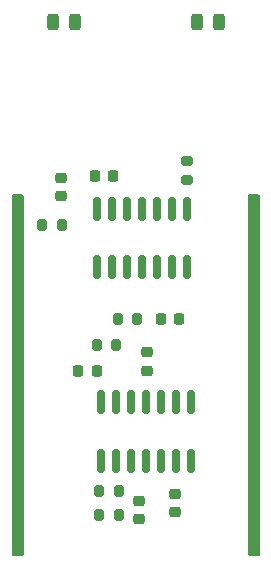
<source format=gbr>
%TF.GenerationSoftware,KiCad,Pcbnew,7.0.11*%
%TF.CreationDate,2025-02-10T21:59:36-08:00*%
%TF.ProjectId,enderman,656e6465-726d-4616-9e2e-6b696361645f,rev?*%
%TF.SameCoordinates,PX6ed1240PY84f1340*%
%TF.FileFunction,Soldermask,Top*%
%TF.FilePolarity,Negative*%
%FSLAX46Y46*%
G04 Gerber Fmt 4.6, Leading zero omitted, Abs format (unit mm)*
G04 Created by KiCad (PCBNEW 7.0.11) date 2025-02-10 21:59:36*
%MOMM*%
%LPD*%
G01*
G04 APERTURE LIST*
G04 Aperture macros list*
%AMRoundRect*
0 Rectangle with rounded corners*
0 $1 Rounding radius*
0 $2 $3 $4 $5 $6 $7 $8 $9 X,Y pos of 4 corners*
0 Add a 4 corners polygon primitive as box body*
4,1,4,$2,$3,$4,$5,$6,$7,$8,$9,$2,$3,0*
0 Add four circle primitives for the rounded corners*
1,1,$1+$1,$2,$3*
1,1,$1+$1,$4,$5*
1,1,$1+$1,$6,$7*
1,1,$1+$1,$8,$9*
0 Add four rect primitives between the rounded corners*
20,1,$1+$1,$2,$3,$4,$5,0*
20,1,$1+$1,$4,$5,$6,$7,0*
20,1,$1+$1,$6,$7,$8,$9,0*
20,1,$1+$1,$8,$9,$2,$3,0*%
G04 Aperture macros list end*
%ADD10RoundRect,0.243750X0.243750X0.456250X-0.243750X0.456250X-0.243750X-0.456250X0.243750X-0.456250X0*%
%ADD11RoundRect,0.243750X-0.243750X-0.456250X0.243750X-0.456250X0.243750X0.456250X-0.243750X0.456250X0*%
%ADD12RoundRect,0.225000X0.225000X0.250000X-0.225000X0.250000X-0.225000X-0.250000X0.225000X-0.250000X0*%
%ADD13RoundRect,0.225000X0.250000X-0.225000X0.250000X0.225000X-0.250000X0.225000X-0.250000X-0.225000X0*%
%ADD14RoundRect,0.225000X-0.250000X0.225000X-0.250000X-0.225000X0.250000X-0.225000X0.250000X0.225000X0*%
%ADD15RoundRect,0.200000X-0.200000X-0.275000X0.200000X-0.275000X0.200000X0.275000X-0.200000X0.275000X0*%
%ADD16RoundRect,0.200000X0.200000X0.275000X-0.200000X0.275000X-0.200000X-0.275000X0.200000X-0.275000X0*%
%ADD17RoundRect,0.150000X0.150000X-0.825000X0.150000X0.825000X-0.150000X0.825000X-0.150000X-0.825000X0*%
%ADD18RoundRect,0.200000X-0.275000X0.200000X-0.275000X-0.200000X0.275000X-0.200000X0.275000X0.200000X0*%
%ADD19RoundRect,0.225000X-0.225000X-0.250000X0.225000X-0.250000X0.225000X0.250000X-0.225000X0.250000X0*%
G04 APERTURE END LIST*
D10*
%TO.C,D2*%
X29537500Y92200000D03*
X27662500Y92200000D03*
%TD*%
D11*
%TO.C,D1*%
X15462500Y92200000D03*
X17337500Y92200000D03*
%TD*%
D12*
%TO.C,C7*%
X20595000Y79117500D03*
X19045000Y79117500D03*
%TD*%
D13*
%TO.C,C3*%
X23410000Y62667500D03*
X23410000Y64217500D03*
%TD*%
D14*
%TO.C,C5*%
X25810000Y52217500D03*
X25810000Y50667500D03*
%TD*%
D15*
%TO.C,R2*%
X19185000Y64842500D03*
X20835000Y64842500D03*
%TD*%
D14*
%TO.C,C4*%
X22810000Y51617500D03*
X22810000Y50067500D03*
%TD*%
D15*
%TO.C,R4*%
X19385000Y52442500D03*
X21035000Y52442500D03*
%TD*%
D16*
%TO.C,R3*%
X21035000Y50442500D03*
X19385000Y50442500D03*
%TD*%
D14*
%TO.C,C1*%
X16200000Y78975000D03*
X16200000Y77425000D03*
%TD*%
D15*
%TO.C,R1*%
X20985000Y67042500D03*
X22635000Y67042500D03*
%TD*%
D17*
%TO.C,U1*%
X19200000Y71442500D03*
X20470000Y71442500D03*
X21740000Y71442500D03*
X23010000Y71442500D03*
X24280000Y71442500D03*
X25550000Y71442500D03*
X26820000Y71442500D03*
X26820000Y76392500D03*
X25550000Y76392500D03*
X24280000Y76392500D03*
X23010000Y76392500D03*
X21740000Y76392500D03*
X20470000Y76392500D03*
X19200000Y76392500D03*
%TD*%
%TO.C,U2*%
X19530000Y55042500D03*
X20800000Y55042500D03*
X22070000Y55042500D03*
X23340000Y55042500D03*
X24610000Y55042500D03*
X25880000Y55042500D03*
X27150000Y55042500D03*
X27150000Y59992500D03*
X25880000Y59992500D03*
X24610000Y59992500D03*
X23340000Y59992500D03*
X22070000Y59992500D03*
X20800000Y59992500D03*
X19530000Y59992500D03*
%TD*%
D15*
%TO.C,R5*%
X14575000Y75000000D03*
X16225000Y75000000D03*
%TD*%
D18*
%TO.C,R6*%
X26800000Y80425000D03*
X26800000Y78775000D03*
%TD*%
D19*
%TO.C,C6*%
X17635000Y62642500D03*
X19185000Y62642500D03*
%TD*%
%TO.C,C2*%
X24635000Y67042500D03*
X26185000Y67042500D03*
%TD*%
G36*
X12943039Y77580315D02*
G01*
X12988794Y77527511D01*
X13000000Y77476000D01*
X13000000Y47124000D01*
X12980315Y47056961D01*
X12927511Y47011206D01*
X12876000Y47000000D01*
X12124000Y47000000D01*
X12056961Y47019685D01*
X12011206Y47072489D01*
X12000000Y47124000D01*
X12000000Y77476000D01*
X12019685Y77543039D01*
X12072489Y77588794D01*
X12124000Y77600000D01*
X12876000Y77600000D01*
X12943039Y77580315D01*
G37*
G36*
X32943039Y77580315D02*
G01*
X32988794Y77527511D01*
X33000000Y77476000D01*
X33000000Y47124000D01*
X32980315Y47056961D01*
X32927511Y47011206D01*
X32876000Y47000000D01*
X32124000Y47000000D01*
X32056961Y47019685D01*
X32011206Y47072489D01*
X32000000Y47124000D01*
X32000000Y77476000D01*
X32019685Y77543039D01*
X32072489Y77588794D01*
X32124000Y77600000D01*
X32876000Y77600000D01*
X32943039Y77580315D01*
G37*
M02*

</source>
